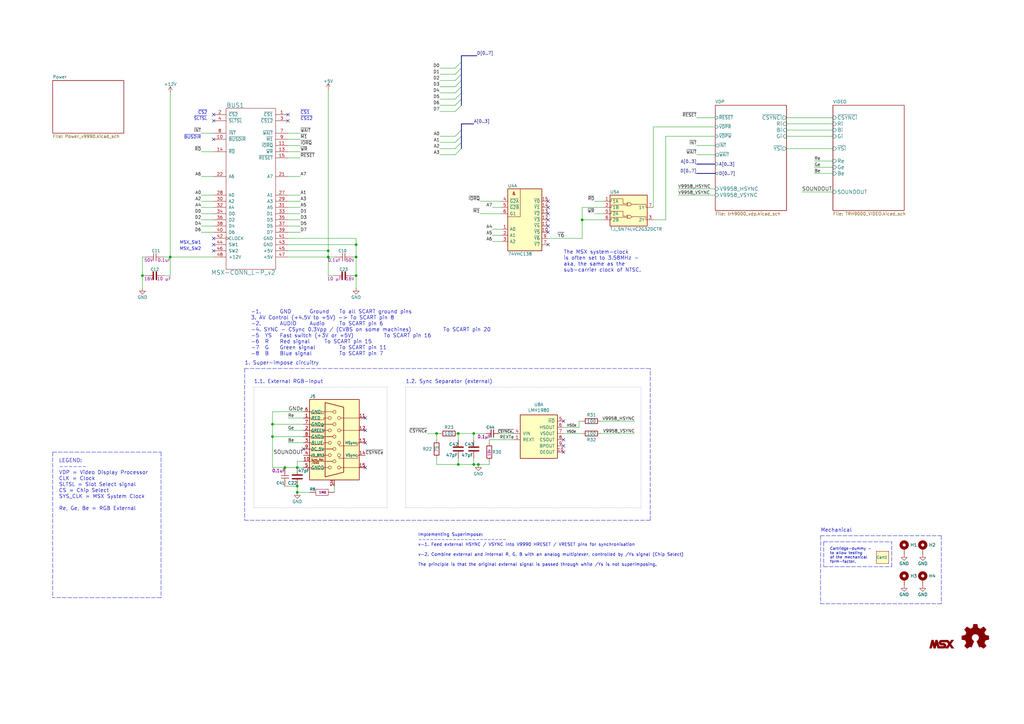
<source format=kicad_sch>
(kicad_sch (version 20211123) (generator eeschema)
  (paper "A3")
  (title_block (title "TRH9000D") (date "2022-12-29") (rev "AB") (comment 2 "Shared under CERN-OHL-S license") (comment 3 "TRH9000 - Open Source MSX Graphics Card based on the Yamaha V9990") (comment 4 "Designed  by: Cristiano Goncalves, Doomn00b, SD_Snatcher & Sunrise"))
  (lib_symbols
    (symbol "Device:C" (pin_numbers hide) (pin_names (offset 0.254))
      (property "Reference" "C" (at 0.635 2.54 0))
      (property "Value" "C" (at 0.635 -2.54 0))
      (symbol "C_1_1"
        (pin passive line (at 0 3.81 270) (length 2.794) (name "~") (number "1"))
        (pin passive line (at 0 -3.81 90) (length 2.794) (name "~") (number "2"))
      )
    )
    (symbol "Device:R" (pin_numbers hide) (pin_names (offset 0))
      (property "Reference" "R" (at 2.032 0 90))
      (property "Value" "R" (at 0 0 90))
      (symbol "R_1_1"
        (pin passive line (at 0 3.81 270) (length 1.27) (name "~") (number "1"))
        (pin passive line (at 0 -3.81 90) (length 1.27) (name "~") (number "2"))
      )
    )
    (symbol "Graphic:Logo_Open_Hardware_Small" (pin_names (offset 1.016)))
    (symbol "LRJ-parts:C_CC0805JPX7R9BB104" (pin_numbers hide) (pin_names (offset 1.016) hide)
      (property "Reference" "C" (at 1.524 2.921 0))
      (property "MPN" "CC0805JPX7R9BB104" (at -12.7 0 0))
      (symbol "C_CC0805JPX7R9BB104_1_1"
        (pin passive line (at 0 3.81 270) (length 2.54) (name "1") (number "1"))
        (pin passive line (at 0 -3.81 90) (length 2.54) (name "2") (number "2"))
      )
    )
    (symbol "LRJ-parts:C_CL10B104KB8NNNL" (pin_numbers hide) (pin_names (offset 0.254) hide)
      (property "Reference" "C" (at 0.254 1.778 0))
      (property "Value" "C_CL10B104KB8NNNL" (at 0.254 -2.032 0))
      (property "Capacitance " " 0,1µF" (at -6.35 0 0))
      (property "Voltage Rating" "50V" (at -6.35 -2.54 0))
      (symbol "C_CL10B104KB8NNNL_1_1"
        (pin passive line (at 0 2.54 270) (length 2.032) (name "~") (number "1"))
        (pin passive line (at 0 -2.54 90) (length 2.032) (name "~") (number "2"))
      )
    )
    (symbol "LRJ-parts:C_CL21B106KOQNNNE" (pin_numbers hide) (pin_names (offset 1.016) hide)
      (property "Reference" "C" (at 1.524 2.921 0))
      (property "Capacitance" "10 µF" (at 5.08 0 0))
      (property "Voltage rating" "16V" (at 5.08 -2.54 0))
      (symbol "C_CL21B106KOQNNNE_1_1"
        (pin passive line (at 0 3.81 270) (length 2.54) (name "1") (number "1"))
        (pin passive line (at 0 -3.81 90) (length 2.54) (name "2") (number "2"))
      )
    )
    (symbol "LRJ-parts:LMH1980" (pin_names (offset 1.016))
      (property "Reference" "U" (at -11.43 11.43 0))
      (property "Value" "LMH1980" (at 3.81 11.43 0))
      (symbol "LMH1980_1_1"
        (pin input line (at -10.16 0 0) (length 2.54) (name "REXT") (number "1"))
        (pin output line (at 10.16 -5.08 180) (length 2.54) (name "OEOUT") (number "10"))
        (pin input line (at -10.16 2.54 0) (length 2.54) (name "VIN") (number "4"))
        (pin output line (at 10.16 7.62 180) (length 2.54) (name "~{HD}") (number "5"))
        (pin output line (at 10.16 5.08 180) (length 2.54) (name "HSOUT") (number "6"))
        (pin output line (at 10.16 2.54 180) (length 2.54) (name "VSOUT") (number "7"))
        (pin output line (at 10.16 0 180) (length 2.54) (name "CSOUT") (number "8"))
        (pin output line (at 10.16 -2.54 180) (length 2.54) (name "BPOUT") (number "9"))
      )
      (symbol "LMH1980_2_1"
        (pin power_in line (at 0 -7.62 90) (length 2.54) (name "GND") (number "2"))
        (pin power_in line (at 0 7.62 270) (length 2.54) (name "VCC") (number "3"))
      )
    )
    (symbol "LRJ-parts:Norcomp_200-015-263R001" (pin_names (offset 0.635))
      (property "Reference" "J" (at 0 21.59 0))
      (property "Value" "Norcomp_200-015-263R001" (at 38.1 2.54 0))
      (symbol "Norcomp_200-015-263R001_1_0"
        (text "/GND" (at -7.874 -8.255 0) (effects (font (size 0.75 0.75))))
        (text "Sync_Ret" (at -6.985 -6.985 0) (effects (font (size 0.75 0.75))))
      )
      (symbol "Norcomp_200-015-263R001_1_1"
        (pin passive line (at -12.7 10.16 0) (length 2.54) (name "RED") (number "1"))
        (pin passive line (at -12.7 -7.62 0) (length 2.54) (name "Sync_Ret/GND") (number "10"))
        (pin passive line (at 12.7 10.16 180) (length 2.54) (name "~") (number "11"))
        (pin passive line (at 12.7 5.08 180) (length 2.54) (name "~") (number "12"))
        (pin passive line (at 12.7 0 180) (length 2.54) (name "HSync") (number "13"))
        (pin passive line (at 12.7 -5.08 180) (length 2.54) (name "VSync") (number "14"))
        (pin passive line (at 12.7 -10.16 180) (length 2.54) (name "~") (number "15"))
        (pin passive line (at -12.7 5.08 0) (length 2.54) (name "GREEN") (number "2"))
        (pin passive line (at -12.7 0 0) (length 2.54) (name "BLUE") (number "3"))
        (pin passive line (at -12.7 -5.08 0) (length 2.54) (name "ID_Bit2") (number "4"))
        (pin power_in line (at -12.7 -10.16 0) (length 2.54) (name "GNDD") (number "5"))
        (pin power_in line (at -12.7 12.7 0) (length 2.54) (name "GNDr") (number "6"))
        (pin power_in line (at -12.7 7.62 0) (length 2.54) (name "GNDg") (number "7"))
        (pin power_in line (at -12.7 2.54 0) (length 2.54) (name "GNDb") (number "8"))
        (pin power_in line (at -12.7 -2.54 0) (length 2.54) (name "DC_5V") (number "9"))
        (pin passive line (at 0 -17.78 90) (length 2.54) (name "SH") (number "SH"))
      )
    )
    (symbol "LRJ-parts:R_ERJ-3GEYJ105V" (pin_numbers hide) (pin_names (offset 1.016) hide)
      (property "Reference" "R" (at -5.08 1.27 0))
      (property "Value" "R_ERJ-3GEYJ105V" (at -10.16 -3.81 0))
      (property "Resistance" "1MΩ" (at 0 0 0))
      (symbol "R_ERJ-3GEYJ105V_1_1"
        (pin passive line (at -5.08 0 0) (length 2.54) (name "1") (number "1"))
        (pin passive line (at 5.08 0 180) (length 2.54) (name "2") (number "2"))
      )
    )
    (symbol "LRJ-parts:R_RC0603FR-0710KL" (pin_numbers hide) (pin_names (offset 0))
      (property "Reference" "R" (at 0 0 90))
      (property "Value" "R_RC0603FR-0710KL" (at -12.7 0 0))
      (property "Resistance" "10k" (at 3.81 -1.27 0))
      (symbol "R_RC0603FR-0710KL_1_1"
        (pin passive line (at 0 3.81 270) (length 1.27) (name "~") (number "1"))
        (pin passive line (at 0 -3.81 90) (length 1.27) (name "~") (number "2"))
      )
    )
    (symbol "Mechanical:MountingHole_Pad" (pin_numbers hide) (pin_names (offset 1.016) hide)
      (property "Reference" "H" (at 0 6.35 0))
      (property "Value" "MountingHole_Pad" (at 0 4.445 0))
      (symbol "MountingHole_Pad_1_1"
        (pin input line (at 0 -2.54 90) (length 2.54) (name "1") (number "1"))
      )
    )
    (symbol "TRH9000:74VHC138" (pin_names (offset 0.762))
      (property "Reference" "U" (at -17.78 12.7 0))
      (property "Value" "74VHC138" (at -17.78 10.16 0))
      (symbol "74VHC138_1_0"
        (text "&" (at -3.81 10.795 0) (effects (font (size 1.27 1.27))))
      )
      (symbol "74VHC138_1_1"
        (pin input line (at -8.89 -3.81 0) (length 2.54) (name "A0") (number "1"))
        (pin output line (at 10.16 -5.08 180) (length 2.54) (name "~{Y5}") (number "10"))
        (pin output line (at 10.16 -2.54 180) (length 2.54) (name "~{Y4}") (number "11"))
        (pin output line (at 10.16 0 180) (length 2.54) (name "~{Y3}") (number "12"))
        (pin output line (at 10.16 2.54 180) (length 2.54) (name "~{Y2}") (number "13"))
        (pin output line (at 10.16 5.08 180) (length 2.54) (name "~{Y1}") (number "14"))
        (pin output line (at 10.16 7.62 180) (length 2.54) (name "~{Y0}") (number "15"))
        (pin input line (at -8.89 -6.35 0) (length 2.54) (name "A1") (number "2"))
        (pin input line (at -8.89 -8.89 0) (length 2.54) (name "A2") (number "3"))
        (pin input line (at -8.89 7.62 0) (length 2.54) (name "~{G2A}") (number "4"))
        (pin input line (at -8.89 5.08 0) (length 2.54) (name "~{G2B}") (number "5"))
        (pin input line (at -8.89 2.54 0) (length 2.54) (name "G1") (number "6"))
        (pin output line (at 10.16 -10.16 180) (length 2.54) (name "~{Y7}") (number "7"))
        (pin output line (at 10.16 -7.62 180) (length 2.54) (name "~{Y6}") (number "9"))
      )
      (symbol "74VHC138_2_0"
        (pin power_in line (at 0 7.62 270) (length 2.54) (name "VCC") (number "16"))
      )
      (symbol "74VHC138_2_1"
        (pin power_in line (at 0 -7.62 90) (length 2.54) (name "GND") (number "8"))
      )
    )
    (symbol "TRH9000:MSX-CONN_L-P_v2" (pin_names (offset 1.016)) (in_bom no)
      (property "Reference" "BUS" (at -10.16 34.29 0))
      (property "Value" "MSX-CONN_L-P_v2" (at -10.16 -34.29 0))
      (symbol "MSX-CONN_L-P_v2_1_1"
        (pin output line (at -15.24 30.48 0) (length 5.08) (name "~{CS1}") (number "1"))
        (pin output line (at 15.24 20.32 180) (length 5.08) (name "~{BUSDIR}") (number "10"))
        (pin output line (at -15.24 17.78 0) (length 5.08) (name "~{IORQ}") (number "11"))
        (pin output line (at -15.24 15.24 0) (length 5.08) (name "~{WR}") (number "13"))
        (pin output line (at 15.24 15.24 180) (length 5.08) (name "~{RD}") (number "14"))
        (pin output line (at -15.24 12.7 0) (length 5.08) (name "~{RESET}") (number "15"))
        (pin output line (at 15.24 30.48 180) (length 5.08) (name "~{CS2}") (number "2"))
        (pin output line (at -15.24 5.08 0) (length 5.08) (name "A7") (number "21"))
        (pin output line (at 15.24 5.08 180) (length 5.08) (name "A6") (number "22"))
        (pin output line (at -15.24 -2.54 0) (length 5.08) (name "A1") (number "27"))
        (pin output line (at 15.24 -2.54 180) (length 5.08) (name "A0") (number "28"))
        (pin output line (at -15.24 -5.08 0) (length 5.08) (name "A3") (number "29"))
        (pin output line (at -15.24 27.94 0) (length 5.08) (name "~{CS12}") (number "3"))
        (pin output line (at 15.24 -5.08 180) (length 5.08) (name "A2") (number "30"))
        (pin output line (at -15.24 -7.62 0) (length 5.08) (name "A5") (number "31"))
        (pin output line (at 15.24 -7.62 180) (length 5.08) (name "A4") (number "32"))
        (pin tri_state line (at -15.24 -10.16 0) (length 5.08) (name "D1") (number "33"))
        (pin tri_state line (at 15.24 -10.16 180) (length 5.08) (name "D0") (number "34"))
        (pin tri_state line (at -15.24 -12.7 0) (length 5.08) (name "D3") (number "35"))
        (pin tri_state line (at 15.24 -12.7 180) (length 5.08) (name "D2") (number "36"))
        (pin tri_state line (at -15.24 -15.24 0) (length 5.08) (name "D5") (number "37"))
        (pin tri_state line (at 15.24 -15.24 180) (length 5.08) (name "D4") (number "38"))
        (pin tri_state line (at -15.24 -17.78 0) (length 5.08) (name "D7") (number "39"))
        (pin output line (at 15.24 27.94 180) (length 5.08) (name "~{SLTSL}") (number "4"))
        (pin tri_state line (at 15.24 -17.78 180) (length 5.08) (name "D6") (number "40"))
        (pin power_in line (at -15.24 -20.32 0) (length 5.08) (name "GND") (number "41"))
        (pin output clock (at 15.24 -20.32 180) (length 5.08) (name "CLOCK") (number "42"))
        (pin power_in line (at -15.24 -22.86 0) (length 5.08) (name "GND") (number "43"))
        (pin passive line (at 15.24 -22.86 180) (length 5.08) (name "SW1") (number "44"))
        (pin power_in line (at -15.24 -25.4 0) (length 5.08) (name "+5V") (number "45"))
        (pin passive line (at 15.24 -25.4 180) (length 5.08) (name "SW2") (number "46"))
        (pin power_in line (at -15.24 -27.94 0) (length 5.08) (name "+5V") (number "47"))
        (pin power_in line (at 15.24 -27.94 180) (length 5.08) (name "+12V") (number "48"))
        (pin input line (at -15.24 22.86 0) (length 5.08) (name "~{WAIT}") (number "7"))
        (pin open_collector line (at 15.24 22.86 180) (length 5.08) (name "~{INT}") (number "8"))
        (pin output line (at -15.24 20.32 0) (length 5.08) (name "~{M1}") (number "9"))
      )
    )
    (symbol "TRH9000:MSX-cartridge_dummy" (pin_numbers hide) (pin_names (offset 0.762) hide)
      (property "Reference" "Cart" (at 0 -1.27 0))
    )
    (symbol "TRH9000:T.I_SN74LVC2G32DCTR" (pin_names (offset 1))
      (property "Reference" "U" (at -7.62 10.16 0))
      (property "Value" "T.I_SN74LVC2G32DCTR" (at -7.62 -7.62 0))
      (symbol "T.I_SN74LVC2G32DCTR_1_1"
        (pin input line (at -10.16 5.08 0) (length 2.54) (name "1A") (number "1"))
        (pin input line (at -10.16 2.54 0) (length 2.54) (name "1B") (number "2"))
        (pin output line (at 10.16 -2.54 180) (length 2.54) (name "2Y") (number "3"))
        (pin input line (at -10.16 0 0) (length 2.54) (name "2A") (number "5"))
        (pin input line (at -10.16 -2.54 0) (length 2.54) (name "2B") (number "6"))
        (pin output line (at 10.16 2.54 180) (length 2.54) (name "1Y") (number "7"))
      )
      (symbol "T.I_SN74LVC2G32DCTR_2_0"
        (text "GND" (at 0 -1.27 0) (effects (font (size 1.27 1.27))))
        (text "VCC" (at 0 1.27 0) (effects (font (size 1.27 1.27))))
      )
      (symbol "T.I_SN74LVC2G32DCTR_2_1"
        (pin power_in line (at 0 -5.08 90) (length 2.54) (name "GND") (number "4"))
        (pin power_in line (at 0 5.08 270) (length 2.54) (name "VCC") (number "8"))
      )
    )
    (symbol "Ultra-MSX:Logo_MSX" (pin_names (offset 1.016)) (in_bom no))
    (symbol "power:+12V" (power) (pin_names (offset 0))
      (property "Value" "+12V" (at 0 3.556 0))
      (symbol "+12V_1_1"
        (pin power_in line (at 0 0 90) (length 0) hide (name "+12V") (number "1"))
      )
    )
    (symbol "power:+5V" (power) (pin_names (offset 0))
      (property "Value" "+5V" (at 0 3.556 0))
      (symbol "+5V_1_1"
        (pin power_in line (at 0 0 90) (length 0) hide (name "+5V") (number "1"))
      )
    )
    (symbol "power:GND" (power) (pin_names (offset 0))
      (property "Value" "GND" (at 0 -3.81 0))
      (symbol "GND_1_1"
        (pin power_in line (at 0 0 270) (length 0) hide (name "GND") (number "1"))
      )
    )
  )
  (junction (at 196.215 190.5))
  (junction (at 134.62 105.41))
  (junction (at 121.92 191.77))
  (junction (at 116.84 191.77))
  (junction (at 194.31 190.5))
  (junction (at 179.07 177.8))
  (junction (at 194.31 177.8))
  (junction (at 146.05 105.41))
  (junction (at 134.62 102.87))
  (junction (at 111.76 179.07))
  (junction (at 121.92 201.93))
  (junction (at 69.85 105.41))
  (junction (at 187.96 190.5))
  (junction (at 121.92 199.39))
  (junction (at 238.76 90.17))
  (junction (at 146.05 113.03))
  (junction (at 111.76 173.99))
  (junction (at 146.05 100.33))
  (junction (at 58.42 113.03))
  (junction (at 187.96 177.8))
  (no_connect (at 87.63 100.33))
  (no_connect (at 118.11 49.53))
  (no_connect (at 124.46 184.15))
  (no_connect (at 87.63 97.79))
  (no_connect (at 87.63 49.53))
  (no_connect (at 231.14 182.88))
  (no_connect (at 231.14 180.34))
  (no_connect (at 149.86 181.61))
  (no_connect (at 224.79 90.17))
  (no_connect (at 224.79 100.33))
  (no_connect (at 224.79 82.55))
  (no_connect (at 224.79 85.09))
  (no_connect (at 224.79 92.71))
  (no_connect (at 224.79 95.25))
  (no_connect (at 224.79 87.63))
  (no_connect (at 87.63 46.99))
  (no_connect (at 149.86 191.77))
  (no_connect (at 231.14 185.42))
  (no_connect (at 149.86 171.45))
  (no_connect (at 87.63 102.87))
  (no_connect (at 231.14 172.72))
  (no_connect (at 87.63 57.15))
  (no_connect (at 149.86 176.53))
  (no_connect (at 118.11 46.99))
  (bus_entry (at 189.23 58.42) (size -2.54 2.54))
  (bus_entry (at 189.23 33.02) (size -2.54 2.54))
  (bus_entry (at 189.23 53.34) (size -2.54 2.54))
  (bus_entry (at 189.23 40.64) (size -2.54 2.54))
  (bus_entry (at 189.23 25.4) (size -2.54 2.54))
  (bus_entry (at 189.23 35.56) (size -2.54 2.54))
  (bus_entry (at 189.23 38.1) (size -2.54 2.54))
  (bus_entry (at 189.23 30.48) (size -2.54 2.54))
  (bus_entry (at 189.23 60.96) (size -2.54 2.54))
  (bus_entry (at 189.23 43.18) (size -2.54 2.54))
  (bus_entry (at 189.23 55.88) (size -2.54 2.54))
  (bus_entry (at 189.23 27.94) (size -2.54 2.54))
  (wire (pts (xy 118.11 95.25) (xy 123.19 95.25)))
  (polyline (pts (xy 104.14 158.75) (xy 104.14 208.28)) (stroke (width 0) (type dot)))
  (wire (pts (xy 69.85 105.41) (xy 69.85 113.03)))
  (wire (pts (xy 237.49 172.72) (xy 238.76 172.72)))
  (wire (pts (xy 118.11 171.45) (xy 124.46 171.45)))
  (wire (pts (xy 118.11 72.39) (xy 123.19 72.39)))
  (polyline (pts (xy 337.82 222.25) (xy 337.82 232.41)))
  (wire (pts (xy 238.76 85.09) (xy 238.76 90.17)))
  (wire (pts (xy 238.76 90.17) (xy 238.76 97.79)))
  (wire (pts (xy 118.11 102.87) (xy 134.62 102.87)))
  (bus (pts (xy 189.23 27.94) (xy 189.23 30.48)))
  (wire (pts (xy 82.55 87.63) (xy 87.63 87.63)))
  (wire (pts (xy 267.97 52.07) (xy 267.97 85.09)))
  (wire (pts (xy 146.05 113.03) (xy 144.78 113.03)))
  (bus (pts (xy 189.23 40.64) (xy 189.23 43.18)))
  (wire (pts (xy 118.11 80.01) (xy 123.19 80.01)))
  (wire (pts (xy 194.31 190.5) (xy 196.215 190.5)))
  (wire (pts (xy 118.11 90.17) (xy 123.19 90.17)))
  (wire (pts (xy 146.05 105.41) (xy 144.78 105.41)))
  (wire (pts (xy 118.11 85.09) (xy 123.19 85.09)))
  (wire (pts (xy 180.34 43.18) (xy 186.69 43.18)))
  (wire (pts (xy 322.58 53.34) (xy 341.63 53.34)))
  (wire (pts (xy 121.92 201.93) (xy 127 201.93)))
  (wire (pts (xy 285.75 48.26) (xy 293.37 48.26)))
  (wire (pts (xy 180.34 30.48) (xy 186.69 30.48)))
  (polyline (pts (xy 66.04 185.42) (xy 66.04 245.11)))
  (wire (pts (xy 237.49 172.72) (xy 237.49 175.26)))
  (wire (pts (xy 180.34 27.94) (xy 186.69 27.94)))
  (wire (pts (xy 118.11 100.33) (xy 146.05 100.33)))
  (wire (pts (xy 134.62 36.83) (xy 134.62 102.87)))
  (bus (pts (xy 285.75 67.31) (xy 293.37 67.31)))
  (wire (pts (xy 187.96 177.8) (xy 194.31 177.8)))
  (wire (pts (xy 116.84 199.39) (xy 121.92 199.39)))
  (wire (pts (xy 180.34 45.72) (xy 186.69 45.72)))
  (polyline (pts (xy 365.76 232.41) (xy 365.76 222.25)))
  (wire (pts (xy 187.96 187.96) (xy 187.96 190.5)))
  (wire (pts (xy 194.31 187.96) (xy 194.31 190.5)))
  (wire (pts (xy 118.11 54.61) (xy 123.19 54.61)))
  (polyline (pts (xy 166.37 208.28) (xy 262.89 208.28)) (stroke (width 0) (type dot)))
  (wire (pts (xy 194.31 177.8) (xy 199.39 177.8)))
  (wire (pts (xy 175.26 177.8) (xy 179.07 177.8)))
  (wire (pts (xy 231.14 175.26) (xy 237.49 175.26)))
  (polyline (pts (xy 262.89 208.28) (xy 262.89 158.75)) (stroke (width 0) (type dot)))
  (bus (pts (xy 189.23 50.8) (xy 189.23 53.34)))
  (wire (pts (xy 180.34 63.5) (xy 186.69 63.5)))
  (bus (pts (xy 189.23 33.02) (xy 189.23 35.56)))
  (wire (pts (xy 58.42 105.41) (xy 58.42 113.03)))
  (bus (pts (xy 195.58 22.86) (xy 189.23 22.86)))
  (wire (pts (xy 200.66 189.23) (xy 200.66 190.5)))
  (wire (pts (xy 111.76 173.99) (xy 124.46 173.99)))
  (wire (pts (xy 200.66 180.34) (xy 210.82 180.34)))
  (polyline (pts (xy 104.14 158.75) (xy 158.75 158.75)) (stroke (width 0) (type dot)))
  (wire (pts (xy 69.85 105.41) (xy 67.31 105.41)))
  (bus (pts (xy 189.23 25.4) (xy 189.23 27.94)))
  (bus (pts (xy 189.23 35.56) (xy 189.23 38.1)))
  (wire (pts (xy 334.01 68.58) (xy 341.63 68.58)))
  (wire (pts (xy 180.34 60.96) (xy 186.69 60.96)))
  (wire (pts (xy 124.46 191.77) (xy 121.92 191.77)))
  (polyline (pts (xy 100.33 151.13) (xy 100.33 213.36)))
  (wire (pts (xy 82.55 95.25) (xy 87.63 95.25)))
  (wire (pts (xy 179.07 187.96) (xy 179.07 190.5)))
  (wire (pts (xy 201.93 85.09) (xy 205.74 85.09)))
  (wire (pts (xy 121.92 189.23) (xy 124.46 189.23)))
  (wire (pts (xy 328.93 78.74) (xy 341.63 78.74)))
  (wire (pts (xy 201.93 93.98) (xy 205.74 93.98)))
  (polyline (pts (xy 336.55 219.71) (xy 386.08 219.71)))
  (wire (pts (xy 201.93 99.06) (xy 205.74 99.06)))
  (wire (pts (xy 111.76 179.07) (xy 124.46 179.07)))
  (bus (pts (xy 189.23 58.42) (xy 189.23 60.96)))
  (wire (pts (xy 58.42 105.41) (xy 59.69 105.41)))
  (wire (pts (xy 194.31 177.8) (xy 194.31 180.34)))
  (wire (pts (xy 273.05 55.88) (xy 293.37 55.88)))
  (wire (pts (xy 146.05 113.03) (xy 146.05 118.11)))
  (wire (pts (xy 118.11 87.63) (xy 123.19 87.63)))
  (wire (pts (xy 273.05 55.88) (xy 273.05 90.17)))
  (polyline (pts (xy 21.59 185.42) (xy 66.04 185.42)))
  (wire (pts (xy 180.34 55.88) (xy 186.69 55.88)))
  (wire (pts (xy 179.07 190.5) (xy 187.96 190.5)))
  (wire (pts (xy 118.11 64.77) (xy 123.19 64.77)))
  (wire (pts (xy 111.76 191.77) (xy 111.76 179.07)))
  (wire (pts (xy 82.55 85.09) (xy 87.63 85.09)))
  (wire (pts (xy 322.58 55.88) (xy 341.63 55.88)))
  (wire (pts (xy 82.55 92.71) (xy 87.63 92.71)))
  (wire (pts (xy 196.215 190.5) (xy 200.66 190.5)))
  (wire (pts (xy 121.92 199.39) (xy 121.92 201.93)))
  (wire (pts (xy 278.13 77.47) (xy 293.37 77.47)))
  (wire (pts (xy 58.42 113.03) (xy 59.69 113.03)))
  (wire (pts (xy 200.66 181.61) (xy 200.66 180.34)))
  (wire (pts (xy 231.14 177.8) (xy 238.76 177.8)))
  (wire (pts (xy 134.62 105.41) (xy 137.16 105.41)))
  (wire (pts (xy 82.55 72.39) (xy 87.63 72.39)))
  (wire (pts (xy 118.11 82.55) (xy 123.19 82.55)))
  (wire (pts (xy 278.13 80.01) (xy 293.37 80.01)))
  (polyline (pts (xy 100.33 151.13) (xy 266.7 151.13)))
  (wire (pts (xy 124.46 168.91) (xy 111.76 168.91)))
  (wire (pts (xy 118.11 92.71) (xy 123.19 92.71)))
  (wire (pts (xy 121.92 189.23) (xy 121.92 191.77)))
  (wire (pts (xy 134.62 113.03) (xy 137.16 113.03)))
  (polyline (pts (xy 266.7 213.36) (xy 266.7 151.13)))
  (polyline (pts (xy 66.04 245.11) (xy 21.59 245.11)))
  (wire (pts (xy 118.11 57.15) (xy 123.19 57.15)))
  (wire (pts (xy 246.38 172.72) (xy 260.35 172.72)))
  (wire (pts (xy 118.11 105.41) (xy 134.62 105.41)))
  (wire (pts (xy 111.76 168.91) (xy 111.76 173.99)))
  (polyline (pts (xy 337.82 222.25) (xy 365.76 222.25)))
  (wire (pts (xy 69.85 105.41) (xy 87.63 105.41)))
  (wire (pts (xy 134.62 105.41) (xy 134.62 113.03)))
  (wire (pts (xy 322.58 60.96) (xy 341.63 60.96)))
  (bus (pts (xy 285.75 71.12) (xy 293.37 71.12)))
  (wire (pts (xy 118.11 62.23) (xy 123.19 62.23)))
  (wire (pts (xy 82.55 82.55) (xy 87.63 82.55)))
  (wire (pts (xy 285.75 59.69) (xy 293.37 59.69)))
  (wire (pts (xy 204.47 177.8) (xy 210.82 177.8)))
  (polyline (pts (xy 158.75 158.75) (xy 158.75 208.28)) (stroke (width 0) (type dot)))
  (wire (pts (xy 180.34 38.1) (xy 186.69 38.1)))
  (polyline (pts (xy 158.75 208.28) (xy 104.14 208.28)) (stroke (width 0) (type dot)))
  (wire (pts (xy 179.07 177.8) (xy 180.34 177.8)))
  (bus (pts (xy 189.23 55.88) (xy 189.23 58.42)))
  (wire (pts (xy 322.58 50.8) (xy 341.63 50.8)))
  (wire (pts (xy 82.55 62.23) (xy 87.63 62.23)))
  (wire (pts (xy 69.85 105.41) (xy 69.85 38.1)))
  (bus (pts (xy 189.23 30.48) (xy 189.23 33.02)))
  (wire (pts (xy 187.96 177.8) (xy 187.96 180.34)))
  (wire (pts (xy 246.38 177.8) (xy 260.35 177.8)))
  (wire (pts (xy 247.65 90.17) (xy 238.76 90.17)))
  (polyline (pts (xy 336.55 219.71) (xy 336.55 247.65)))
  (polyline (pts (xy 386.08 247.65) (xy 336.55 247.65)))
  (bus (pts (xy 189.23 22.86) (xy 189.23 25.4)))
  (wire (pts (xy 137.16 201.93) (xy 137.16 199.39)))
  (wire (pts (xy 238.76 85.09) (xy 247.65 85.09)))
  (wire (pts (xy 285.75 63.5) (xy 293.37 63.5)))
  (wire (pts (xy 196.85 87.63) (xy 205.74 87.63)))
  (polyline (pts (xy 386.08 219.71) (xy 386.08 247.65)))
  (wire (pts (xy 180.34 35.56) (xy 186.69 35.56)))
  (wire (pts (xy 267.97 52.07) (xy 293.37 52.07)))
  (wire (pts (xy 82.55 54.61) (xy 87.63 54.61)))
  (wire (pts (xy 111.76 191.77) (xy 116.84 191.77)))
  (wire (pts (xy 146.05 105.41) (xy 146.05 113.03)))
  (wire (pts (xy 334.01 66.04) (xy 341.63 66.04)))
  (wire (pts (xy 243.84 82.55) (xy 247.65 82.55)))
  (wire (pts (xy 180.34 33.02) (xy 186.69 33.02)))
  (polyline (pts (xy 166.37 158.75) (xy 262.89 158.75)) (stroke (width 0) (type dot)))
  (wire (pts (xy 118.11 176.53) (xy 124.46 176.53)))
  (wire (pts (xy 322.58 48.26) (xy 341.63 48.26)))
  (wire (pts (xy 82.55 90.17) (xy 87.63 90.17)))
  (wire (pts (xy 146.05 100.33) (xy 146.05 105.41)))
  (bus (pts (xy 189.23 55.88) (xy 189.23 53.34)))
  (polyline (pts (xy 166.37 158.75) (xy 166.37 208.28)) (stroke (width 0) (type dot)))
  (wire (pts (xy 334.01 71.12) (xy 341.63 71.12)))
  (wire (pts (xy 180.34 58.42) (xy 186.69 58.42)))
  (wire (pts (xy 146.05 97.79) (xy 146.05 100.33)))
  (wire (pts (xy 118.11 181.61) (xy 124.46 181.61)))
  (bus (pts (xy 189.23 38.1) (xy 189.23 40.64)))
  (wire (pts (xy 243.84 87.63) (xy 247.65 87.63)))
  (polyline (pts (xy 100.33 213.36) (xy 266.7 213.36)))
  (wire (pts (xy 82.55 80.01) (xy 87.63 80.01)))
  (wire (pts (xy 118.11 97.79) (xy 146.05 97.79)))
  (polyline (pts (xy 21.59 185.42) (xy 21.59 245.11)))
  (wire (pts (xy 134.62 102.87) (xy 134.62 105.41)))
  (wire (pts (xy 58.42 113.03) (xy 58.42 118.11)))
  (wire (pts (xy 187.96 190.5) (xy 194.31 190.5)))
  (wire (pts (xy 111.76 173.99) (xy 111.76 179.07)))
  (wire (pts (xy 69.85 113.03) (xy 67.31 113.03)))
  (wire (pts (xy 201.93 96.52) (xy 205.74 96.52)))
  (bus (pts (xy 189.23 50.8) (xy 194.31 50.8)))
  (wire (pts (xy 180.34 40.64) (xy 186.69 40.64)))
  (wire (pts (xy 224.79 97.79) (xy 238.76 97.79)))
  (wire (pts (xy 273.05 90.17) (xy 267.97 90.17)))
  (wire (pts (xy 179.07 180.34) (xy 179.07 177.8)))
  (wire (pts (xy 116.84 191.77) (xy 121.92 191.77)))
  (wire (pts (xy 196.85 82.55) (xy 205.74 82.55)))
  (polyline (pts (xy 337.82 232.41) (xy 365.76 232.41)))
  (wire (pts (xy 118.11 59.69) (xy 123.19 59.69)))
  (text "1.1. External RGB-input" (at 104.14 157.48 0) (effects (font (size 1.524 1.524)) (justify left bottom)))
  (text "MSX_SW2" (at 82.55 102.87 180) (effects (font (size 1.27 1.27)) (justify right bottom)))
  (text "~{CS12}" (at 123.19 49.53 0) (effects (font (size 1.27 1.27)) (justify left bottom)))
  (text "The MSX system-clock\nis often set to 3.58MHz -\naka, the same as the\nsub-carrier clock of NTSC." (at 231.14 111.76 0) (effects (font (size 1.524 1.524)) (justify left bottom)))
  (text "~{BUSDIR}" (at 82.55 57.15 180) (effects (font (size 1.27 1.27)) (justify right bottom)))
  (text "Cartridge-dummy - \nto allow testing \nof the mechanical \nform-factor." (at 340.36 231.14 0) (effects (font (size 1.1 1.1)) (justify left bottom)))
  (text "MSX_SW1" (at 82.55 100.33 180) (effects (font (size 1.27 1.27)) (justify right bottom)))
  (text "Mechanical" (at 336.55 218.44 0) (effects (font (size 1.524 1.524)) (justify left bottom)))
  (text "Implementing Superimpose:\n-----------------------\nv-1. Feed external HSYNC / VSYNC into V9990 HRESET / VRESET pins for synchronisation\n\nv-2. Combine external and internal R, G, B with an analog multiplexer, controlled by /Ys signal (Chip Select)\n\nThe principle is that the original external signal is passed through while /Ys is not superimposing." (at 171.45 232.41 0) (effects (font (size 1.27 1.27)) (justify left bottom)))
  (text "LEGEND:\n------\nVDP = Video Display Processor\nCLK = Clock\nSLTSL = Slot Select signal\nCS = Chip Select\nSYS_CLK = MSX System Clock\n\nRe, Ge, Be = RGB External" (at 24.13 209.55 0) (effects (font (size 1.524 1.524)) (justify left bottom)))
  (text "~{CS1}" (at 123.19 46.99 0) (effects (font (size 1.27 1.27)) (justify left bottom)))
  (text "~{CS2}" (at 85.09 46.99 180) (effects (font (size 1.27 1.27)) (justify right bottom)))
  (text "1. Super-impose circuitry" (at 100.33 149.86 0) (effects (font (size 1.524 1.524)) (justify left bottom)))
  (text "1.2. Sync Separator (external)" (at 166.37 157.48 0) (effects (font (size 1.524 1.524)) (justify left bottom)))
  (text "~{SLTSL}" (at 85.09 49.53 180) (effects (font (size 1.27 1.27)) (justify right bottom)))
  (text "-1. 	GND 	Ground 	To all SCART ground pins \n3. AV Control (+4.5V to +5V) -> To SCART pin 8\n-2. 	AUDIO 	Audio 	To SCART pin 6\n-4. SYNC - CSync 0.3Vpp / (CVBS on some machines) 	To SCART pin 20 \n-5 	YS 	Fast switch (+3V or +5V) 	To SCART pin 16\n-6 	R 	Red signal 	To SCART pin 15\n-7 	G 	Green signal 	To SCART pin 11\n-8 	B 	Blue signal 	To SCART pin 7 \n" (at 102.87 146.05 0) (effects (font (size 1.524 1.524)) (justify left bottom)))
  (label "Be" (at 118.11 181.61 0))
  (label "~{WAIT}" (at 123.19 54.61 0))
  (label "~{RESET}" (at 285.75 48.26 180))
  (label "A7" (at 123.19 72.39 0))
  (label "A4" (at 201.93 93.98 180))
  (label "A2" (at 180.34 60.96 180))
  (label "~{CSYNCe_}" (at 210.82 177.8 180) (effects (font (size 1 1))))
  (label "~{M1}" (at 196.85 87.63 180))
  (label "D5" (at 123.19 92.71 0))
  (label "A3" (at 180.34 63.5 180))
  (label "A0" (at 180.34 55.88 180))
  (label "A6" (at 201.93 99.06 180))
  (label "A5" (at 123.19 85.09 0))
  (label "A2" (at 82.55 82.55 180))
  (label "GNDe" (at 124.46 168.91 180) (effects (font (size 1.524 1.524))))
  (label "Re" (at 118.11 171.45 0))
  (label "A6" (at 82.55 72.39 180))
  (label "HSOe" (at 232.41 175.26 0) (effects (font (size 1 1))))
  (label "A[0..3]" (at 194.31 50.8 0))
  (label "~{RD}" (at 82.55 62.23 180))
  (label "Ge" (at 334.01 68.58 0))
  (label "D7" (at 180.34 45.72 180))
  (label "~{CSYNCe}" (at 149.86 186.69 0))
  (label "D[0..7]" (at 195.58 22.86 0))
  (label "A[0..3]" (at 285.75 67.31 180))
  (label "A1" (at 180.34 58.42 180))
  (label "~{WR}" (at 123.19 62.23 0))
  (label "~{INT}" (at 82.55 54.61 180))
  (label "A5" (at 201.93 96.52 180))
  (label "D5" (at 180.34 40.64 180))
  (label "~{M1}" (at 123.19 57.15 0))
  (label "REXTe" (at 210.82 180.34 180))
  (label "Ge" (at 118.11 176.53 0))
  (label "A7" (at 201.93 85.09 180))
  (label "Re" (at 334.01 66.04 0))
  (label "~{INT}" (at 285.75 59.69 180))
  (label "~{IORQ}" (at 123.19 59.69 0))
  (label "~{Y6}" (at 228.6 97.79 0) (effects (font (size 1.524 1.524))))
  (label "D4" (at 180.34 38.1 180))
  (label "V9958_HSYNC" (at 278.13 77.47 0))
  (label "A4" (at 82.55 85.09 180))
  (label "Be" (at 334.01 71.12 0))
  (label "~{WR}" (at 243.84 87.63 180))
  (label "D[0..7]" (at 285.75 71.12 180))
  (label "~{CSYNCe}" (at 175.26 177.8 180))
  (label "D0" (at 82.55 87.63 180))
  (label "V9958_VSYNC" (at 260.35 177.8 180))
  (label "~{WAIT}" (at 285.75 63.5 180))
  (label "A3" (at 123.19 82.55 0))
  (label "D7" (at 123.19 95.25 0))
  (label "D0" (at 180.34 27.94 180))
  (label "A1" (at 123.19 80.01 0))
  (label "D2" (at 180.34 33.02 180))
  (label "D6" (at 180.34 43.18 180))
  (label "V9958_VSYNC" (at 278.13 80.01 0))
  (label "~{RD}" (at 243.84 82.55 180))
  (label "~{IORQ}" (at 196.85 82.55 180))
  (label "D1" (at 180.34 30.48 180))
  (label "D2" (at 82.55 90.17 180))
  (label "D3" (at 123.19 90.17 0))
  (label "SOUNDOUT" (at 124.46 186.69 180) (effects (font (size 1.524 1.524))))
  (label "SOUNDOUT" (at 328.93 78.74 0) (effects (font (size 1.524 1.524))))
  (label "D3" (at 180.34 35.56 180))
  (label "~{RESET}" (at 123.19 64.77 0))
  (label "A0" (at 82.55 80.01 180))
  (label "V9958_HSYNC" (at 260.35 172.72 180))
  (label "D1" (at 123.19 87.63 0))
  (label "VSOe" (at 232.41 177.8 0) (effects (font (size 1 1))))
  (label "D6" (at 82.55 95.25 180))
  (label "D4" (at 82.55 92.71 180))
  (symbol (lib_id "Device:R") (at 184.15 177.8 270) (mirror x) (unit 1)
    (property "Reference" "R23" (at 184.15 175.26 90))
    (property "Value" "100" (at 184.15 177.8 90))
    (property "Footprint" "LRJ:R_0603_1608Metric_roundcourt" (effects hide))
  )
  (symbol (lib_id "Mechanical:MountingHole_Pad") (at 370.84 237.49 0) (unit 1) (in_bom no)
    (property "Reference" "H3" (at 373.38 236.2199 0) (effects (justify left)))
    (property "Value" "MountingHole_Pad" (effects hide))
    (property "Footprint" "MountingHole:MountingHole_2.2mm_M2_ISO7380_Pad" (effects hide))
  )
  (symbol (lib_id "Device:R") (at 242.57 172.72 270) (mirror x) (unit 1)
    (property "Reference" "R31" (at 242.57 170.18 90))
    (property "Value" "100" (at 242.57 172.72 90))
    (property "Footprint" "Resistor_SMD:R_0603_1608Metric" (effects hide))
  )
  (symbol (lib_id "power:GND") (at 58.42 118.11 0) (mirror y) (unit 1)
    (property "Reference" "#PWR029" (effects hide))
    (property "Value" "GND" (at 58.42 121.92 0))
  )
  (symbol (lib_id "LRJ-parts:C_CC0805JPX7R9BB104") (at 140.97 105.41 90) (unit 1)
    (property "Reference" "C10" (at 142.24 102.87 90) (effects (font (size 1.143 1.143)) (justify left)))
    (property "Value" "C_CC0805JPX7R9BB104" (effects hide))
    (property "Footprint" "Capacitor_SMD:C_0805_2012Metric" (effects hide))
    (property "Datasheet" "https://www.yageo.com/upload/media/product/productsearch/datasheet/mlcc/UPY-GPHC_X7R_6.3V-to-50V_18.pdf" (effects hide))
    (property "Manufacturer" "Yageo" (effects hide))
    (property "MPN" "CC0805JPX7R9BB104" (effects hide))
    (property "Mouser datasheet" "https://www.mouser.se/datasheet/2/427/vjcommercialseries-1764145.pdf" (effects hide))
    (property "Capacitance" "0.1uF" (at 137.16 106.68 90))
    (property "Voltage rating" "50V" (at 143.51 106.68 90))
    (property "Temperature Coefficient " "X7R" (effects hide))
    (property "Mounting type" "SMD" (effects hide))
    (property "Status" "Active" (effects hide))
  )
  (symbol (lib_id "TRH9000:T.I_SN74LVC2G32DCTR") (at 257.81 87.63 0) (unit 1)
    (property "Reference" "U5" (at 250.19 78.74 0) (effects (justify left)))
    (property "Value" "T.I_SN74LVC2G32DCTR" (at 250.19 93.98 0) (effects (justify left)))
    (property "Footprint" "Package_SO:SSOP-8_2.95x2.8mm_P0.65mm" (effects hide))
    (property "Datasheet" "https://www.ti.com/general/docs/suppproductinfo.tsp?distId=10&gotoUrl=https%3A%2F%2Fwww.ti.com%2Flit%2Fgpn%2Fsn74lvc2g32" (effects hide))
    (property "MPN" "SN74LVC2G32DCTR" (effects hide))
    (property "Description" "OR Gate, 2 Channel, 8-VFSOP, 3.2nS" (effects hide))
    (property "Manufacturer" "Texas Instruments" (effects hide))
    (property "Status" "Active" (effects hide))
  )
  (symbol (lib_id "Device:R") (at 179.07 184.15 0) (unit 1)
    (property "Reference" "R22" (at 175.26 184.15 0))
    (property "Value" "75" (at 179.07 184.15 90))
    (property "Footprint" "Resistor_SMD:R_0603_1608Metric" (effects hide))
  )
  (symbol (lib_id "Device:C") (at 121.92 195.58 180) (unit 1)
    (property "Reference" "C22" (at 121.92 198.12 0) (effects (justify left)))
    (property "Value" "47pF" (at 127 193.04 0) (effects (justify left)))
    (property "Footprint" "Capacitor_SMD:C_0603_1608Metric" (effects hide))
  )
  (symbol (lib_id "Ultra-MSX:Logo_MSX") (at 386.08 264.16 0) (unit 1) (in_bom no)
    (property "Reference" "LOGO2" (effects hide))
    (property "Value" "Logo_MSX" (effects hide))
    (property "Footprint" "Ultra-MSX:Logo_MSX_10x3" (effects hide))
  )
  (symbol (lib_id "Device:C") (at 187.96 184.15 0) (unit 1)
    (property "Reference" "C42" (at 184.15 182.245 0) (effects (justify left)))
    (property "Value" "47pF" (at 182.88 186.69 0) (effects (justify left)))
    (property "Footprint" "Capacitor_SMD:C_0603_1608Metric" (effects hide))
  )
  (symbol (lib_id "Mechanical:MountingHole_Pad") (at 378.46 237.49 0) (unit 1) (in_bom no)
    (property "Reference" "H4" (at 381 236.2199 0) (effects (justify left)))
    (property "Value" "MountingHole_Pad" (effects hide))
    (property "Footprint" "MountingHole:MountingHole_2.2mm_M2_ISO7380_Pad" (effects hide))
  )
  (symbol (lib_id "power:GND") (at 378.46 240.03 0) (unit 1)
    (property "Reference" "#PWR052" (effects hide))
    (property "Value" "GND" (at 378.46 243.84 0))
  )
  (symbol (lib_id "LRJ-parts:C_CL10B104KB8NNNL") (at 201.93 177.8 270) (mirror x) (unit 1)
    (property "Reference" "C44" (at 199.39 175.26 90) (effects (font (size 1.143 1.143)) (justify left)))
    (property "Value" "C_CL10B104KB8NNNL" (effects hide))
    (property "Footprint" "LRJ:C_0603_1608Metric_round_court" (effects hide))
    (property "Datasheet" "http://product.samsungsem.com/mlcc/CL10B104KB8NNN.do" (effects hide))
    (property "Manufacturer" "Samsung Electro-Mechanics" (effects hide))
    (property "MPN" "CL10B104KB8NNNL" (effects hide))
    (property "Temperature Coefficient " "X7R" (effects hide))
    (property "Capacitance " " 0,1µF" (at 198.12 179.07 90))
    (property "Tolerance" " ±10% " (effects hide))
    (property "Operating Temperature " " -55°C to +125°C " (effects hide))
    (property "Package" "1608 Metric" (effects hide))
    (property "DK_Datasheet" "https://media.digikey.com/pdf/Data%20Sheets/Samsung%20PDFs/CL_Series_MLCC_ds.pdf" (effects hide))
    (property "Voltage Rating" "50V" (effects hide))
  )
  (symbol (lib_id "LRJ-parts:LMH1980") (at 220.98 180.34 0) (unit 1)
    (property "Reference" "U8" (at 220.98 165.9382 0))
    (property "Value" "LMH1980" (at 220.98 168.2496 0))
    (property "Footprint" "Package_SO:VSSOP-10_3x3mm_P0.5mm" (effects hide))
    (property "Datasheet" "https://www.ti.com/lit/gpn/lmh1980" (effects hide))
    (property "Manufacturer" "Texas Instruments" (effects hide))
    (property "MPN" "LMH1980MM/NOPBCT" (effects hide))
    (property "Description" " Video sync separator " (effects hide))
  )
  (symbol (lib_id "power:GND") (at 146.05 118.11 0) (unit 1)
    (property "Reference" "#PWR0107" (effects hide))
    (property "Value" "GND" (at 146.05 121.92 0))
  )
  (symbol (lib_id "Device:C") (at 194.31 184.15 0) (unit 1)
    (property "Reference" "C43" (at 190.5 182.245 0) (effects (justify left)))
    (property "Value" "47pF" (at 189.23 186.69 0) (effects (justify left)))
    (property "Footprint" "LRJ:C_0603_1608Metric_round_court" (effects hide))
  )
  (symbol (lib_id "LRJ-parts:C_CL21B106KOQNNNE") (at 63.5 113.03 270) (mirror x) (unit 1)
    (property "Reference" "C12" (at 63.5 110.49 90) (effects (font (size 1.143 1.143))))
    (property "Value" "C_CL21B106KOQNNNE" (effects hide))
    (property "Footprint" "Capacitor_SMD:C_0805_2012Metric" (effects hide))
    (property "Datasheet" "https://media.digikey.com/pdf/Data%20Sheets/Samsung%20PDFs/CL_Series_MLCC_ds.pdf" (effects hide))
    (property "Manufacturer" "Samsung Electro-Mechanics" (effects hide))
    (property "MPN" "CL21B106KOQNNNE" (effects hide))
    (property "Capacitance" "10 µF" (at 67.31 114.3 90))
    (property "Voltage rating" "16V" (at 60.96 114.3 90))
    (property "Temperature Coefficient " "X7R" (effects hide))
    (property "Mounting type" "SMD" (effects hide))
    (property "Status" "Active" (effects hide))
    (property "Description" "CAP CER 10UF 16V X7R 0805" (effects hide))
  )
  (symbol (lib_id "LRJ-parts:R_ERJ-3GEYJ105V") (at 132.08 201.93 180) (unit 1)
    (property "Reference" "R8" (at 127 200.66 0) (effects (font (size 1.143 1.143)) (justify right)))
    (property "Value" "R_ERJ-3GEYJ105V" (effects hide))
    (property "Footprint" "Resistor_SMD:R_0603_1608Metric" (effects hide))
    (property "Datasheet" "https://industrial.panasonic.com/ww/products/pt/general-purpose-chip-resistors/models/ERJ3GEYJ105V" (effects hide))
    (property "Manufacturer" "Panasonic Electronic Components" (effects hide))
    (property "MPN" "ERJ-3GEYJ105V" (effects hide))
    (property "Resistance" "1MΩ" (at 130.81 201.93 0) (effects (font (size 0.889 0.889)) (justify right)))
    (property "Voltage rating" "75V" (effects hide))
    (property "Operating Temperature " " -55°C to +155°C" (effects hide))
    (property "Status" "Active" (effects hide))
    (property "Mounting type" "SMD" (effects hide))
  )
  (symbol (lib_id "Device:R") (at 242.57 177.8 270) (mirror x) (unit 1)
    (property "Reference" "R32" (at 242.57 180.34 90))
    (property "Value" "100" (at 242.57 177.8 90))
    (property "Footprint" "Resistor_SMD:R_0603_1608Metric" (effects hide))
  )
  (symbol (lib_id "power:GND") (at 121.92 201.93 0) (unit 1)
    (property "Reference" "#PWR034" (effects hide))
    (property "Value" "GND" (at 121.92 205.74 0))
  )
  (symbol (lib_id "Mechanical:MountingHole_Pad") (at 378.46 224.79 0) (unit 1) (in_bom no)
    (property "Reference" "H2" (at 381 223.5199 0) (effects (justify left)))
    (property "Value" "MountingHole_Pad" (effects hide))
    (property "Footprint" "MountingHole:MountingHole_2.2mm_M2_ISO7380_Pad" (effects hide))
  )
  (symbol (lib_id "power:GND") (at 196.215 190.5 0) (unit 1)
    (property "Reference" "#PWR035" (effects hide))
    (property "Value" "GND" (at 196.215 194.31 0))
  )
  (symbol (lib_id "power:GND") (at 370.84 227.33 0) (unit 1)
    (property "Reference" "#PWR049" (effects hide))
    (property "Value" "GND" (at 370.84 231.14 0))
  )
  (symbol (lib_id "LRJ-parts:C_CL21B106KOQNNNE") (at 140.97 113.03 90) (unit 1)
    (property "Reference" "C23" (at 140.97 110.49 90) (effects (font (size 1.143 1.143))))
    (property "Value" "C_CL21B106KOQNNNE" (effects hide))
    (property "Footprint" "Capacitor_SMD:C_0805_2012Metric" (effects hide))
    (property "Datasheet" "https://media.digikey.com/pdf/Data%20Sheets/Samsung%20PDFs/CL_Series_MLCC_ds.pdf" (effects hide))
    (property "Manufacturer" "Samsung Electro-Mechanics" (effects hide))
    (property "MPN" "CL21B106KOQNNNE" (effects hide))
    (property "Capacitance" "10 µF" (at 137.16 114.3 90))
    (property "Voltage rating" "16V" (at 143.51 114.3 90))
    (property "Temperature Coefficient " "X7R" (effects hide))
    (property "Mounting type" "SMD" (effects hide))
    (property "Status" "Active" (effects hide))
    (property "Description" "CAP CER 10UF 16V X7R 0805" (effects hide))
  )
  (symbol (lib_id "LRJ-parts:Norcomp_200-015-263R001") (at 137.16 181.61 0) (unit 1)
    (property "Reference" "J5" (at 128.27 162.56 0))
    (property "Value" "Norcomp_200-015-263R001" (effects hide))
    (property "Footprint" "LRJ:Norcomp_DSUB-15-HD_Female_Horizontal_SMD_P0.77x1.98mm" (effects hide))
    (property "Datasheet" "https://www.norcomp.net/rohspdfs/Connectors/2YY/200-015-263R001.pdf" (effects hide))
    (property "MPN" "200-015-263R001" (effects hide))
    (property "Manufacturer" "NorComp Inc." (effects hide))
    (property "Description" "CONN D-SUB HD RCPT 15POS SMD R/A" (effects hide))
    (property "Current Rating" "2A" (effects hide))
    (property "Voltage Rating" "300V" (effects hide))
  )
  (symbol (lib_id "power:GND") (at 370.84 240.03 0) (unit 1)
    (property "Reference" "#PWR051" (effects hide))
    (property "Value" "GND" (at 370.84 243.84 0))
  )
  (symbol (lib_id "power:+12V") (at 69.85 38.1 0) (unit 1)
    (property "Reference" "#PWR030" (effects hide))
    (property "Value" "+12V" (at 69.85 34.544 0))
  )
  (symbol (lib_id "LRJ-parts:R_RC0603FR-0710KL") (at 200.66 185.42 180) (unit 1)
    (property "Reference" "R30" (at 205.74 185.42 0) (effects (justify left)))
    (property "Value" "R_RC0603FR-0710KL" (effects hide))
    (property "Footprint" "LRJ:R_0603_1608Metric_roundcourt" (effects hide))
    (property "Datasheet" "https://www.yageo.com/upload/media/product/productsearch/datasheet/rchip/PYu-RC_Group_51_RoHS_L_11.pdf" (effects hide))
    (property "Resistance" "10k" (at 200.66 184.15 90) (effects (font (size 0.9906 0.9906)) (justify left)))
    (property "Power (Watts) " " 0.1W, 1/10W" (effects hide))
    (property "Operating Temperature " " -55°C to 155°C " (effects hide))
    (property "MPN" "RC0603FR-0710KL" (effects hide))
    (property "Manufacturer" "Yageo" (effects hide))
  )
  (symbol (lib_id "Graphic:Logo_Open_Hardware_Small") (at 400.05 261.62 0) (unit 1) (in_bom no)
    (property "Reference" "LOGO1" (effects hide))
    (property "Value" "Logo_Open_Hardware_Small" (effects hide))
    (property "Footprint" "Symbol:OSHW-Logo2_14.6x12mm_SilkScreen" (effects hide))
  )
  (symbol (lib_id "Mechanical:MountingHole_Pad") (at 370.84 224.79 0) (unit 1) (in_bom no)
    (property "Reference" "H1" (at 373.38 223.5199 0) (effects (justify left)))
    (property "Value" "MountingHole_Pad" (effects hide))
    (property "Footprint" "MountingHole:MountingHole_2.2mm_M2_ISO7380_Pad" (effects hide))
  )
  (symbol (lib_id "power:GND") (at 378.46 227.33 0) (unit 1)
    (property "Reference" "#PWR050" (effects hide))
    (property "Value" "GND" (at 378.46 231.14 0))
  )
  (symbol (lib_id "LRJ-parts:C_CC0805JPX7R9BB104") (at 116.84 195.58 180) (unit 1)
    (property "Reference" "C41" (at 116.84 198.12 0) (effects (font (size 1.143 1.143)) (justify left)))
    (property "Value" "C_CC0805JPX7R9BB104" (effects hide))
    (property "Footprint" "Capacitor_SMD:C_0805_2012Metric" (effects hide))
    (property "Datasheet" "https://www.yageo.com/upload/media/product/productsearch/datasheet/mlcc/UPY-GPHC_X7R_6.3V-to-50V_18.pdf" (effects hide))
    (property "Manufacturer" "Yageo" (effects hide))
    (property "MPN" "CC0805JPX7R9BB104" (effects hide))
    (property "Mouser datasheet" "https://www.mouser.se/datasheet/2/427/vjcommercialseries-1764145.pdf" (effects hide))
    (property "Capacitance" "0.1uF" (at 114.3 193.04 0))
    (property "Voltage rating" "50V" (effects hide))
    (property "Temperature Coefficient " "X7R" (effects hide))
    (property "Mounting type" "SMD" (effects hide))
    (property "Status" "Active" (effects hide))
  )
  (symbol (lib_id "TRH9000:MSX-CONN_L-P_v2") (at 102.87 77.47 0) (mirror y) (unit 1) (in_bom no)
    (property "Reference" "BUS1" (at 96.52 43.18 0) (effects (font (size 1.778 1.778))))
    (property "Value" "MSX-CONN_L-P_v2" (at 113.03 111.76 0) (effects (font (size 1.778 1.778)) (justify left)))
    (property "Footprint" "trh9000:msx_edge-conn-LP_v2" (effects hide))
    (property "Datasheet" "https://www.msx.org/wiki/MSX_Cartridge_slot#Pinout_of_Standard_MSX_Cartridge_slot" (effects hide))
    (property "Manufacturer" "n/a" (effects hide))
    (property "MPN" "n/a" (effects hide))
  )
  (symbol (lib_id "TRH9000:MSX-cartridge_dummy") (at 361.95 228.6 0) (unit 1)
    (property "Reference" "Cart1" (at 359.41 228.6 0) (effects (font (size 1.0922 1.0922)) (justify left)))
    (property "Value" "MSX-cartridge_dummy" (effects hide))
    (property "Footprint" "trh9000:MSX-cart-dummy_RA" (effects hide))
    (property "Datasheet" "https://github.com/apoloval/artemisa/issues/113" (effects hide))
    (property "MPN" "n/a" (effects hide))
    (property "Manufacturer" "n/a" (effects hide))
  )
  (symbol (lib_id "TRH9000:74VHC138") (at 214.63 90.17 0) (unit 1)
    (property "Reference" "U4" (at 208.28 76.2 0) (effects (justify left)))
    (property "Value" "74VHC138" (at 208.28 104.14 0) (effects (justify left)))
    (property "Footprint" "Package_SO:SO-16_3.9x9.9mm_P1.27mm" (effects hide))
    (property "Datasheet" "https://media.digikey.com/pdf/Data%20Sheets/Toshiba%20PDFs/TC74VHC138F,FN,FT,FK.pdf" (effects hide))
    (property "MPN" "74VHC138FT" (effects hide))
    (property "Manufacturer" " Toshiba Semiconductor and Storage" (effects hide))
    (property "Description" "DECODER/DEMUX 3:8, x1" (effects hide))
  )
  (symbol (lib_id "power:+5V") (at 134.62 36.83 0) (unit 1)
    (property "Reference" "#PWR0108" (effects hide))
    (property "Value" "+5V" (at 134.62 33.274 0))
  )
  (symbol (lib_id "LRJ-parts:C_CC0805JPX7R9BB104") (at 63.5 105.41 270) (mirror x) (unit 1)
    (property "Reference" "C11" (at 62.23 102.87 90) (effects (font (size 1.143 1.143)) (justify left)))
    (property "Value" "C_CC0805JPX7R9BB104" (effects hide))
    (property "Footprint" "Capacitor_SMD:C_0805_2012Metric" (effects hide))
    (property "Datasheet" "https://www.yageo.com/upload/media/product/productsearch/datasheet/mlcc/UPY-GPHC_X7R_6.3V-to-50V_18.pdf" (effects hide))
    (property "Manufacturer" "Yageo" (effects hide))
    (property "MPN" "CC0805JPX7R9BB104" (effects hide))
    (property "Mouser datasheet" "https://www.mouser.se/datasheet/2/427/vjcommercialseries-1764145.pdf" (effects hide))
    (property "Capacitance" "0.1uF" (at 67.31 106.68 90))
    (property "Voltage rating" "50V" (at 60.96 106.68 90))
    (property "Temperature Coefficient " "X7R" (effects hide))
    (property "Mounting type" "SMD" (effects hide))
    (property "Status" "Active" (effects hide))
  )
  (sheet (at 21.59 33.02) (size 29.21 21.59) (stroke (width 0.1524))
    (property "Sheet name" "Power" (at 21.59 32.3084 0) (effects (justify left bottom)))
    (property "Sheet file" "Power_v9990.kicad_sch" (at 21.59 55.1946 0) (effects (justify left top)))
  )
  (sheet (at 293.37 43.18) (size 29.21 43.18) (stroke (width 0.1524))
    (property "Sheet name" "VDP" (at 293.37 42.4684 0) (effects (justify left bottom)))
    (property "Sheet file" "trh9000_vdp.kicad_sch" (at 293.37 86.9446 0) (effects (justify left top)))
    (pin "~{RESET}" input (at 293.37 48.26 180))
    (pin "~{VDPR}" input (at 293.37 52.07 180))
    (pin "~{VDPW}" input (at 293.37 55.88 180))
    (pin "~{INT}" output (at 293.37 59.69 180))
    (pin "~{WAIT}" output (at 293.37 63.5 180))
    (pin "D[0..7]" bidirectional (at 293.37 71.12 180))
    (pin "A[0..3]" input (at 293.37 67.31 180))
    (pin "Bi" input (at 322.58 53.34 0) (effects (font (size 1.524 1.524))))
    (pin "Gi" input (at 322.58 55.88 0) (effects (font (size 1.524 1.524))))
    (pin "Ri" input (at 322.58 50.8 0) (effects (font (size 1.524 1.524))))
    (pin "V9958_HSYNC" input (at 293.37 77.47 180) (effects (font (size 1.524 1.524))))
    (pin "V9958_VSYNC" input (at 293.37 80.01 180) (effects (font (size 1.524 1.524))))
    (pin "~{YSi}" output (at 322.58 60.96 0) (effects (font (size 1.524 1.524))))
    (pin "~{CSYNCi}" output (at 322.58 48.26 0) (effects (font (size 1.524 1.524))))
  )
  (sheet (at 341.63 43.18) (size 29.21 43.18) (stroke (width 0.1524))
    (property "Sheet name" "VIDEO" (at 341.63 42.4684 0) (effects (justify left bottom)))
    (property "Sheet file" "TRH9000_VIDEO.kicad_sch" (at 341.63 86.9446 0) (effects (justify left top)))
    (pin "Ri" input (at 341.63 50.8 180) (effects (font (size 1.524 1.524))))
    (pin "Bi" input (at 341.63 53.34 180) (effects (font (size 1.524 1.524))))
    (pin "Gi" input (at 341.63 55.88 180) (effects (font (size 1.524 1.524))))
    (pin "Be" input (at 341.63 71.12 180) (effects (font (size 1.524 1.524))))
    (pin "Re" input (at 341.63 66.04 180) (effects (font (size 1.524 1.524))))
    (pin "Ge" input (at 341.63 68.58 180) (effects (font (size 1.524 1.524))))
    (pin "SOUNDOUT" input (at 341.63 78.74 180) (effects (font (size 1.524 1.524))))
    (pin "~{YSi}" input (at 341.63 60.96 180) (effects (font (size 1.524 1.524))))
    (pin "~{CSYNCi}" input (at 341.63 48.26 180) (effects (font (size 1.524 1.524))))
  )
)
</source>
